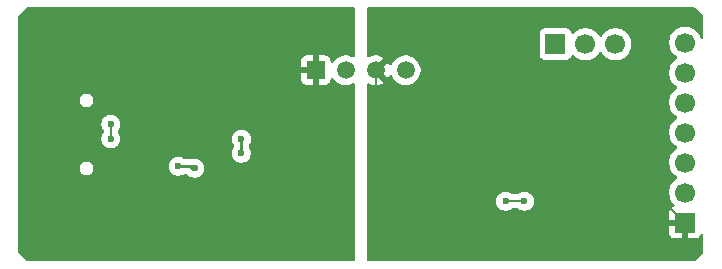
<source format=gbr>
%TF.GenerationSoftware,KiCad,Pcbnew,9.0.2*%
%TF.CreationDate,2025-06-06T06:50:43+02:00*%
%TF.ProjectId,USB-RS485_FT230,5553422d-5253-4343-9835-5f4654323330,rev?*%
%TF.SameCoordinates,Original*%
%TF.FileFunction,Copper,L2,Bot*%
%TF.FilePolarity,Positive*%
%FSLAX46Y46*%
G04 Gerber Fmt 4.6, Leading zero omitted, Abs format (unit mm)*
G04 Created by KiCad (PCBNEW 9.0.2) date 2025-06-06 06:50:43*
%MOMM*%
%LPD*%
G01*
G04 APERTURE LIST*
%TA.AperFunction,ComponentPad*%
%ADD10R,1.500000X1.500000*%
%TD*%
%TA.AperFunction,ComponentPad*%
%ADD11C,1.500000*%
%TD*%
%TA.AperFunction,ComponentPad*%
%ADD12R,1.700000X1.700000*%
%TD*%
%TA.AperFunction,ComponentPad*%
%ADD13C,1.700000*%
%TD*%
%TA.AperFunction,ViaPad*%
%ADD14C,0.600000*%
%TD*%
%TA.AperFunction,Conductor*%
%ADD15C,0.250000*%
%TD*%
%TA.AperFunction,Conductor*%
%ADD16C,0.200000*%
%TD*%
G04 APERTURE END LIST*
D10*
%TO.P,U4,1,-Vin*%
%TO.N,GND1*%
X80680000Y-89810000D03*
D11*
%TO.P,U4,2,+Vin*%
%TO.N,+5V_USB*%
X83220000Y-89810000D03*
%TO.P,U4,3,-Vout*%
%TO.N,GND2*%
X85760000Y-89810000D03*
%TO.P,U4,4,+Vout*%
%TO.N,+5V_OUT*%
X88300000Y-89810000D03*
%TD*%
D12*
%TO.P,J2,1,Pin_1*%
%TO.N,+5V_OUT*%
X100975000Y-87610000D03*
D13*
%TO.P,J2,2,Pin_2*%
%TO.N,Net-(J2-Pin_2)*%
X103515000Y-87610000D03*
%TO.P,J2,3,Pin_3*%
%TO.N,+3.3V_OUT*%
X106055000Y-87610000D03*
%TD*%
D12*
%TO.P,J3,1,Pin_1*%
%TO.N,GND2*%
X111950000Y-102710000D03*
D13*
%TO.P,J3,2,Pin_2*%
%TO.N,Net-(D3-A1)*%
X111950000Y-100170000D03*
%TO.P,J3,3,Pin_3*%
%TO.N,Net-(D3-A2)*%
X111950000Y-97630000D03*
%TO.P,J3,4,Pin_4*%
%TO.N,Net-(J3-Pin_4)*%
X111950000Y-95090000D03*
%TO.P,J3,5,Pin_5*%
%TO.N,Net-(J3-Pin_5)*%
X111950000Y-92550000D03*
%TO.P,J3,6,Pin_6*%
%TO.N,+3.3V_OUT*%
X111950000Y-90010000D03*
%TO.P,J3,7,Pin_7*%
%TO.N,+5V_OUT*%
X111950000Y-87470000D03*
%TD*%
D14*
%TO.N,GND1*%
X57890000Y-101550000D03*
X61800000Y-88410000D03*
X70425000Y-92579355D03*
X59350000Y-89910000D03*
X63300000Y-100210000D03*
X66037500Y-90987500D03*
X70075000Y-100850000D03*
X72700000Y-96900000D03*
X79750000Y-94160000D03*
%TO.N,+5V_USB*%
X70425000Y-98125000D03*
X69041116Y-97950000D03*
%TO.N,GND2*%
X105150000Y-98995000D03*
X105487500Y-93860000D03*
X97500000Y-87000000D03*
X101450000Y-100860000D03*
X87900000Y-103880000D03*
X101200000Y-104499865D03*
%TO.N,VCCIO*%
X74390101Y-95636657D03*
X74381672Y-96836657D03*
%TO.N,Net-(J1-D--PadA7)*%
X63329389Y-95599999D03*
X63329388Y-94400000D03*
%TO.N,Net-(J3-Pin_5)*%
X96750000Y-100900000D03*
X98350000Y-100900000D03*
%TD*%
D15*
%TO.N,GND1*%
X79750000Y-94160000D02*
X80680000Y-93230000D01*
D16*
X61960000Y-101550000D02*
X63300000Y-100210000D01*
X61800000Y-88410000D02*
X61790000Y-88400000D01*
X57890000Y-101550000D02*
X61960000Y-101550000D01*
D15*
X80680000Y-93230000D02*
X80680000Y-89810000D01*
D16*
X61790000Y-88400000D02*
X60860000Y-88400000D01*
X60860000Y-88400000D02*
X59350000Y-89910000D01*
D15*
%TO.N,+5V_USB*%
X69041116Y-97950000D02*
X69045558Y-97945558D01*
X70045558Y-97945558D02*
X70225000Y-98125000D01*
X70225000Y-98125000D02*
X70425000Y-98125000D01*
X69045558Y-97945558D02*
X70045558Y-97945558D01*
D16*
%TO.N,GND2*%
X97500000Y-87000000D02*
X98925000Y-87000000D01*
X101550000Y-100860000D02*
X103400000Y-102710000D01*
X101450000Y-100860000D02*
X101550000Y-100860000D01*
X103400000Y-102710000D02*
X111950000Y-102710000D01*
X106645000Y-97405000D02*
X105487500Y-96247500D01*
X101199865Y-104499865D02*
X101200000Y-104499730D01*
X101200000Y-101110000D02*
X101450000Y-100860000D01*
X105487500Y-96247500D02*
X105487500Y-93860000D01*
X98925000Y-85275000D02*
X98925000Y-87000000D01*
X111950000Y-102710000D02*
X106645000Y-97405000D01*
X106645000Y-97500000D02*
X106645000Y-97405000D01*
X101200000Y-104499730D02*
X101200000Y-101110000D01*
X98925000Y-89085000D02*
X103700000Y-93860000D01*
X90920000Y-84650000D02*
X95150000Y-84650000D01*
X103700000Y-93860000D02*
X105487500Y-93860000D01*
X98900000Y-85250000D02*
X98925000Y-85275000D01*
X98925000Y-87000000D02*
X98925000Y-89085000D01*
X85760000Y-89810000D02*
X90920000Y-84650000D01*
X85760000Y-92500000D02*
X85760000Y-89810000D01*
X101200000Y-104499865D02*
X101199865Y-104499865D01*
X98300000Y-84650000D02*
X98900000Y-85250000D01*
X105150000Y-98995000D02*
X106645000Y-97500000D01*
X87900000Y-103880000D02*
X85760000Y-101740000D01*
X95150000Y-84650000D02*
X98300000Y-84650000D01*
X85760000Y-101740000D02*
X85760000Y-92500000D01*
D15*
%TO.N,VCCIO*%
X74381672Y-96836657D02*
X74381672Y-95645086D01*
X74381672Y-95645086D02*
X74390101Y-95636657D01*
D16*
%TO.N,Net-(J1-D--PadA7)*%
X63329388Y-94400000D02*
X63329388Y-95599998D01*
X63329388Y-95599998D02*
X63329389Y-95599999D01*
%TO.N,Net-(J3-Pin_5)*%
X96750000Y-100900000D02*
X98350000Y-100900000D01*
%TD*%
%TA.AperFunction,Conductor*%
%TO.N,GND1*%
G36*
X83943039Y-84520185D02*
G01*
X83988794Y-84572989D01*
X84000000Y-84624500D01*
X84000000Y-88601610D01*
X83980315Y-88668649D01*
X83927511Y-88714404D01*
X83858353Y-88724348D01*
X83819706Y-88712095D01*
X83700032Y-88651118D01*
X83512826Y-88590290D01*
X83318422Y-88559500D01*
X83318417Y-88559500D01*
X83121583Y-88559500D01*
X83121578Y-88559500D01*
X82927173Y-88590290D01*
X82739970Y-88651117D01*
X82564594Y-88740476D01*
X82473741Y-88806485D01*
X82405354Y-88856172D01*
X82405352Y-88856174D01*
X82405351Y-88856174D01*
X82266174Y-88995351D01*
X82266174Y-88995352D01*
X82266172Y-88995354D01*
X82253953Y-89012172D01*
X82154318Y-89149307D01*
X82098988Y-89191972D01*
X82029374Y-89197951D01*
X81967579Y-89165345D01*
X81933222Y-89104506D01*
X81930000Y-89076421D01*
X81930000Y-89012172D01*
X81929999Y-89012155D01*
X81923598Y-88952627D01*
X81923596Y-88952620D01*
X81873354Y-88817913D01*
X81873350Y-88817906D01*
X81787190Y-88702812D01*
X81787187Y-88702809D01*
X81672093Y-88616649D01*
X81672086Y-88616645D01*
X81537379Y-88566403D01*
X81537372Y-88566401D01*
X81477844Y-88560000D01*
X80930000Y-88560000D01*
X80930000Y-89376988D01*
X80872993Y-89344075D01*
X80745826Y-89310000D01*
X80614174Y-89310000D01*
X80487007Y-89344075D01*
X80430000Y-89376988D01*
X80430000Y-88560000D01*
X79882155Y-88560000D01*
X79822627Y-88566401D01*
X79822620Y-88566403D01*
X79687913Y-88616645D01*
X79687906Y-88616649D01*
X79572812Y-88702809D01*
X79572809Y-88702812D01*
X79486649Y-88817906D01*
X79486645Y-88817913D01*
X79436403Y-88952620D01*
X79436401Y-88952627D01*
X79430000Y-89012155D01*
X79430000Y-89560000D01*
X80246988Y-89560000D01*
X80214075Y-89617007D01*
X80180000Y-89744174D01*
X80180000Y-89875826D01*
X80214075Y-90002993D01*
X80246988Y-90060000D01*
X79430000Y-90060000D01*
X79430000Y-90607844D01*
X79436401Y-90667372D01*
X79436403Y-90667379D01*
X79486645Y-90802086D01*
X79486649Y-90802093D01*
X79572809Y-90917187D01*
X79572812Y-90917190D01*
X79687906Y-91003350D01*
X79687913Y-91003354D01*
X79822620Y-91053596D01*
X79822627Y-91053598D01*
X79882155Y-91059999D01*
X79882172Y-91060000D01*
X80430000Y-91060000D01*
X80430000Y-90243012D01*
X80487007Y-90275925D01*
X80614174Y-90310000D01*
X80745826Y-90310000D01*
X80872993Y-90275925D01*
X80930000Y-90243012D01*
X80930000Y-91060000D01*
X81477828Y-91060000D01*
X81477844Y-91059999D01*
X81537372Y-91053598D01*
X81537379Y-91053596D01*
X81672086Y-91003354D01*
X81672093Y-91003350D01*
X81787187Y-90917190D01*
X81787190Y-90917187D01*
X81873350Y-90802093D01*
X81873354Y-90802086D01*
X81923596Y-90667379D01*
X81923598Y-90667372D01*
X81929999Y-90607844D01*
X81930000Y-90607827D01*
X81930000Y-90543578D01*
X81949685Y-90476539D01*
X82002489Y-90430784D01*
X82071647Y-90420840D01*
X82135203Y-90449865D01*
X82154314Y-90470688D01*
X82266172Y-90624646D01*
X82405354Y-90763828D01*
X82564595Y-90879524D01*
X82638513Y-90917187D01*
X82739970Y-90968882D01*
X82739972Y-90968882D01*
X82739975Y-90968884D01*
X82840317Y-91001487D01*
X82927173Y-91029709D01*
X83121578Y-91060500D01*
X83121583Y-91060500D01*
X83318422Y-91060500D01*
X83512826Y-91029709D01*
X83547665Y-91018389D01*
X83700025Y-90968884D01*
X83819706Y-90907903D01*
X83888374Y-90895008D01*
X83953115Y-90921284D01*
X83993372Y-90978391D01*
X84000000Y-91018389D01*
X84000000Y-105875500D01*
X83980315Y-105942539D01*
X83927511Y-105988294D01*
X83876000Y-105999500D01*
X56258676Y-105999500D01*
X56191637Y-105979815D01*
X56170995Y-105963181D01*
X55536819Y-105329005D01*
X55503334Y-105267682D01*
X55500500Y-105241324D01*
X55500500Y-98064234D01*
X60704500Y-98064234D01*
X60704500Y-98215765D01*
X60743719Y-98362136D01*
X60781602Y-98427750D01*
X60819485Y-98493365D01*
X60926635Y-98600515D01*
X61057865Y-98676281D01*
X61204234Y-98715500D01*
X61204236Y-98715500D01*
X61355764Y-98715500D01*
X61355766Y-98715500D01*
X61502135Y-98676281D01*
X61633365Y-98600515D01*
X61740515Y-98493365D01*
X61816281Y-98362135D01*
X61855500Y-98215766D01*
X61855500Y-98064234D01*
X61816281Y-97917865D01*
X61789312Y-97871153D01*
X68240616Y-97871153D01*
X68240616Y-98028846D01*
X68271377Y-98183489D01*
X68271380Y-98183501D01*
X68331718Y-98329172D01*
X68331725Y-98329185D01*
X68419326Y-98460288D01*
X68419329Y-98460292D01*
X68530823Y-98571786D01*
X68530827Y-98571789D01*
X68661930Y-98659390D01*
X68661943Y-98659397D01*
X68797387Y-98715499D01*
X68807619Y-98719737D01*
X68943603Y-98746786D01*
X68962269Y-98750499D01*
X68962272Y-98750500D01*
X68962274Y-98750500D01*
X69119960Y-98750500D01*
X69119961Y-98750499D01*
X69274613Y-98719737D01*
X69420295Y-98659394D01*
X69420301Y-98659390D01*
X69521224Y-98591956D01*
X69539270Y-98586305D01*
X69555180Y-98576081D01*
X69586141Y-98571629D01*
X69587902Y-98571078D01*
X69590115Y-98571058D01*
X69694014Y-98571058D01*
X69761053Y-98590743D01*
X69797118Y-98626170D01*
X69803211Y-98635289D01*
X69803213Y-98635292D01*
X69914707Y-98746786D01*
X69914711Y-98746789D01*
X70045814Y-98834390D01*
X70045827Y-98834397D01*
X70191498Y-98894735D01*
X70191503Y-98894737D01*
X70346153Y-98925499D01*
X70346156Y-98925500D01*
X70346158Y-98925500D01*
X70503844Y-98925500D01*
X70503845Y-98925499D01*
X70658497Y-98894737D01*
X70804179Y-98834394D01*
X70935289Y-98746789D01*
X71046789Y-98635289D01*
X71134394Y-98504179D01*
X71138873Y-98493367D01*
X71152574Y-98460288D01*
X71194737Y-98358497D01*
X71225500Y-98203842D01*
X71225500Y-98046158D01*
X71225500Y-98046155D01*
X71225499Y-98046153D01*
X71222056Y-98028842D01*
X71194737Y-97891503D01*
X71151300Y-97786635D01*
X71134397Y-97745827D01*
X71134390Y-97745814D01*
X71046789Y-97614711D01*
X71046786Y-97614707D01*
X70935292Y-97503213D01*
X70935288Y-97503210D01*
X70804185Y-97415609D01*
X70804172Y-97415602D01*
X70658501Y-97355264D01*
X70658489Y-97355261D01*
X70503845Y-97324500D01*
X70503842Y-97324500D01*
X70346158Y-97324500D01*
X70327506Y-97328210D01*
X70262016Y-97341236D01*
X70253678Y-97341236D01*
X70248880Y-97343124D01*
X70213637Y-97341236D01*
X70167587Y-97332076D01*
X70167586Y-97332075D01*
X70167585Y-97332075D01*
X70107168Y-97320058D01*
X70107165Y-97320058D01*
X70107164Y-97320058D01*
X69576818Y-97320058D01*
X69509779Y-97300373D01*
X69507927Y-97299160D01*
X69420300Y-97240609D01*
X69420288Y-97240602D01*
X69274617Y-97180264D01*
X69274605Y-97180261D01*
X69119961Y-97149500D01*
X69119958Y-97149500D01*
X68962274Y-97149500D01*
X68962271Y-97149500D01*
X68807626Y-97180261D01*
X68807614Y-97180264D01*
X68661943Y-97240602D01*
X68661930Y-97240609D01*
X68530827Y-97328210D01*
X68530823Y-97328213D01*
X68419329Y-97439707D01*
X68419326Y-97439711D01*
X68331725Y-97570814D01*
X68331718Y-97570827D01*
X68271380Y-97716498D01*
X68271377Y-97716510D01*
X68240616Y-97871153D01*
X61789312Y-97871153D01*
X61740515Y-97786635D01*
X61633365Y-97679485D01*
X61521167Y-97614707D01*
X61502136Y-97603719D01*
X61428950Y-97584109D01*
X61355766Y-97564500D01*
X61204234Y-97564500D01*
X61057863Y-97603719D01*
X60926635Y-97679485D01*
X60926632Y-97679487D01*
X60819487Y-97786632D01*
X60819485Y-97786635D01*
X60743719Y-97917863D01*
X60704500Y-98064234D01*
X55500500Y-98064234D01*
X55500500Y-96757810D01*
X73581172Y-96757810D01*
X73581172Y-96915503D01*
X73611933Y-97070146D01*
X73611936Y-97070158D01*
X73672274Y-97215829D01*
X73672281Y-97215842D01*
X73759882Y-97346945D01*
X73759885Y-97346949D01*
X73871379Y-97458443D01*
X73871383Y-97458446D01*
X74002486Y-97546047D01*
X74002499Y-97546054D01*
X74141717Y-97603719D01*
X74148175Y-97606394D01*
X74302825Y-97637156D01*
X74302828Y-97637157D01*
X74302830Y-97637157D01*
X74460516Y-97637157D01*
X74460517Y-97637156D01*
X74615169Y-97606394D01*
X74760851Y-97546051D01*
X74891961Y-97458446D01*
X75003461Y-97346946D01*
X75091066Y-97215836D01*
X75151409Y-97070154D01*
X75182172Y-96915499D01*
X75182172Y-96757815D01*
X75182172Y-96757812D01*
X75182171Y-96757810D01*
X75151410Y-96603167D01*
X75151409Y-96603160D01*
X75091066Y-96457478D01*
X75028069Y-96363196D01*
X75022419Y-96345151D01*
X75012195Y-96329242D01*
X75007743Y-96298280D01*
X75007192Y-96296520D01*
X75007172Y-96294307D01*
X75007172Y-96191622D01*
X75026857Y-96124583D01*
X75028070Y-96122731D01*
X75099491Y-96015842D01*
X75099491Y-96015841D01*
X75099495Y-96015836D01*
X75159838Y-95870154D01*
X75190601Y-95715499D01*
X75190601Y-95557815D01*
X75190601Y-95557812D01*
X75190600Y-95557810D01*
X75159839Y-95403167D01*
X75159838Y-95403160D01*
X75144652Y-95366497D01*
X75099498Y-95257484D01*
X75099491Y-95257471D01*
X75011890Y-95126368D01*
X75011887Y-95126364D01*
X74900393Y-95014870D01*
X74900389Y-95014867D01*
X74769286Y-94927266D01*
X74769273Y-94927259D01*
X74623602Y-94866921D01*
X74623590Y-94866918D01*
X74468946Y-94836157D01*
X74468943Y-94836157D01*
X74311259Y-94836157D01*
X74311256Y-94836157D01*
X74156611Y-94866918D01*
X74156599Y-94866921D01*
X74010928Y-94927259D01*
X74010915Y-94927266D01*
X73879812Y-95014867D01*
X73879808Y-95014870D01*
X73768314Y-95126364D01*
X73768311Y-95126368D01*
X73680710Y-95257471D01*
X73680703Y-95257484D01*
X73620365Y-95403155D01*
X73620362Y-95403167D01*
X73589601Y-95557810D01*
X73589601Y-95715503D01*
X73620362Y-95870146D01*
X73620365Y-95870158D01*
X73680703Y-96015829D01*
X73680710Y-96015841D01*
X73735274Y-96097501D01*
X73740924Y-96115547D01*
X73751149Y-96131457D01*
X73755600Y-96162416D01*
X73756152Y-96164178D01*
X73756172Y-96166392D01*
X73756172Y-96294307D01*
X73736487Y-96361346D01*
X73735298Y-96363160D01*
X73714474Y-96394325D01*
X73672281Y-96457472D01*
X73672274Y-96457485D01*
X73611936Y-96603155D01*
X73611933Y-96603167D01*
X73581172Y-96757810D01*
X55500500Y-96757810D01*
X55500500Y-94321153D01*
X62528888Y-94321153D01*
X62528888Y-94478846D01*
X62559649Y-94633489D01*
X62559652Y-94633501D01*
X62619990Y-94779172D01*
X62619997Y-94779185D01*
X62707990Y-94910874D01*
X62713640Y-94928920D01*
X62723865Y-94944830D01*
X62728316Y-94975789D01*
X62728868Y-94977551D01*
X62728888Y-94979765D01*
X62728888Y-95020234D01*
X62709203Y-95087273D01*
X62707990Y-95089125D01*
X62619998Y-95220813D01*
X62619991Y-95220826D01*
X62559653Y-95366497D01*
X62559650Y-95366509D01*
X62528889Y-95521152D01*
X62528889Y-95678845D01*
X62559650Y-95833488D01*
X62559653Y-95833500D01*
X62619991Y-95979171D01*
X62619998Y-95979184D01*
X62707599Y-96110287D01*
X62707602Y-96110291D01*
X62819096Y-96221785D01*
X62819100Y-96221788D01*
X62950203Y-96309389D01*
X62950216Y-96309396D01*
X63095887Y-96369734D01*
X63095892Y-96369736D01*
X63250542Y-96400498D01*
X63250545Y-96400499D01*
X63250547Y-96400499D01*
X63408233Y-96400499D01*
X63408234Y-96400498D01*
X63562886Y-96369736D01*
X63708568Y-96309393D01*
X63839678Y-96221788D01*
X63951178Y-96110288D01*
X64038783Y-95979178D01*
X64099126Y-95833496D01*
X64129889Y-95678841D01*
X64129889Y-95521157D01*
X64129889Y-95521154D01*
X64129888Y-95521152D01*
X64106419Y-95403167D01*
X64099126Y-95366502D01*
X64053970Y-95257484D01*
X64038786Y-95220826D01*
X64038779Y-95220813D01*
X63950786Y-95089122D01*
X63945135Y-95071075D01*
X63934911Y-95055166D01*
X63930459Y-95024204D01*
X63929908Y-95022444D01*
X63929888Y-95020231D01*
X63929888Y-94979765D01*
X63949573Y-94912726D01*
X63950786Y-94910874D01*
X64038778Y-94779185D01*
X64038778Y-94779184D01*
X64038782Y-94779179D01*
X64099125Y-94633497D01*
X64129888Y-94478842D01*
X64129888Y-94321158D01*
X64129888Y-94321155D01*
X64129887Y-94321153D01*
X64099126Y-94166510D01*
X64099125Y-94166503D01*
X64099123Y-94166498D01*
X64038785Y-94020827D01*
X64038778Y-94020814D01*
X63951177Y-93889711D01*
X63951174Y-93889707D01*
X63839680Y-93778213D01*
X63839676Y-93778210D01*
X63708573Y-93690609D01*
X63708560Y-93690602D01*
X63562889Y-93630264D01*
X63562877Y-93630261D01*
X63408233Y-93599500D01*
X63408230Y-93599500D01*
X63250546Y-93599500D01*
X63250543Y-93599500D01*
X63095898Y-93630261D01*
X63095886Y-93630264D01*
X62950215Y-93690602D01*
X62950202Y-93690609D01*
X62819099Y-93778210D01*
X62819095Y-93778213D01*
X62707601Y-93889707D01*
X62707598Y-93889711D01*
X62619997Y-94020814D01*
X62619990Y-94020827D01*
X62559652Y-94166498D01*
X62559649Y-94166510D01*
X62528888Y-94321153D01*
X55500500Y-94321153D01*
X55500500Y-92284234D01*
X60704500Y-92284234D01*
X60704500Y-92435765D01*
X60743719Y-92582136D01*
X60781602Y-92647750D01*
X60819485Y-92713365D01*
X60926635Y-92820515D01*
X61057865Y-92896281D01*
X61204234Y-92935500D01*
X61204236Y-92935500D01*
X61355764Y-92935500D01*
X61355766Y-92935500D01*
X61502135Y-92896281D01*
X61633365Y-92820515D01*
X61740515Y-92713365D01*
X61816281Y-92582135D01*
X61855500Y-92435766D01*
X61855500Y-92284234D01*
X61816281Y-92137865D01*
X61740515Y-92006635D01*
X61633365Y-91899485D01*
X61567750Y-91861602D01*
X61502136Y-91823719D01*
X61428950Y-91804109D01*
X61355766Y-91784500D01*
X61204234Y-91784500D01*
X61057863Y-91823719D01*
X60926635Y-91899485D01*
X60926632Y-91899487D01*
X60819487Y-92006632D01*
X60819485Y-92006635D01*
X60743719Y-92137863D01*
X60704500Y-92284234D01*
X55500500Y-92284234D01*
X55500500Y-85258676D01*
X55520185Y-85191637D01*
X55536819Y-85170995D01*
X56170995Y-84536819D01*
X56232318Y-84503334D01*
X56258676Y-84500500D01*
X83876000Y-84500500D01*
X83943039Y-84520185D01*
G37*
%TD.AperFunction*%
%TD*%
%TA.AperFunction,Conductor*%
%TO.N,GND2*%
G36*
X112808363Y-84520185D02*
G01*
X112829005Y-84536819D01*
X113463181Y-85170995D01*
X113496666Y-85232318D01*
X113499500Y-85258676D01*
X113499500Y-87085657D01*
X113479815Y-87152696D01*
X113427011Y-87198451D01*
X113357853Y-87208395D01*
X113294297Y-87179370D01*
X113257569Y-87123975D01*
X113247045Y-87091585D01*
X113201557Y-86951588D01*
X113105051Y-86762184D01*
X113105049Y-86762181D01*
X113105048Y-86762179D01*
X112980109Y-86590213D01*
X112829786Y-86439890D01*
X112657820Y-86314951D01*
X112468414Y-86218444D01*
X112468413Y-86218443D01*
X112468412Y-86218443D01*
X112266243Y-86152754D01*
X112266241Y-86152753D01*
X112266240Y-86152753D01*
X112104957Y-86127208D01*
X112056287Y-86119500D01*
X111843713Y-86119500D01*
X111795042Y-86127208D01*
X111633760Y-86152753D01*
X111431585Y-86218444D01*
X111242179Y-86314951D01*
X111070213Y-86439890D01*
X110919890Y-86590213D01*
X110794951Y-86762179D01*
X110698444Y-86951585D01*
X110632753Y-87153760D01*
X110599500Y-87363713D01*
X110599500Y-87576287D01*
X110632754Y-87786243D01*
X110642430Y-87816024D01*
X110698444Y-87988414D01*
X110794951Y-88177820D01*
X110919890Y-88349786D01*
X111070213Y-88500109D01*
X111242182Y-88625050D01*
X111250946Y-88629516D01*
X111301742Y-88677491D01*
X111318536Y-88745312D01*
X111295998Y-88811447D01*
X111250946Y-88850484D01*
X111242182Y-88854949D01*
X111070213Y-88979890D01*
X110919890Y-89130213D01*
X110794951Y-89302179D01*
X110698444Y-89491585D01*
X110632753Y-89693760D01*
X110599500Y-89903713D01*
X110599500Y-90116286D01*
X110627017Y-90290025D01*
X110632754Y-90326243D01*
X110689252Y-90500126D01*
X110698444Y-90528414D01*
X110794951Y-90717820D01*
X110919890Y-90889786D01*
X111070213Y-91040109D01*
X111242182Y-91165050D01*
X111250946Y-91169516D01*
X111301742Y-91217491D01*
X111318536Y-91285312D01*
X111295998Y-91351447D01*
X111250946Y-91390484D01*
X111242182Y-91394949D01*
X111070213Y-91519890D01*
X110919890Y-91670213D01*
X110794951Y-91842179D01*
X110698444Y-92031585D01*
X110632753Y-92233760D01*
X110628697Y-92259370D01*
X110599500Y-92443713D01*
X110599500Y-92656287D01*
X110632754Y-92866243D01*
X110642430Y-92896024D01*
X110698444Y-93068414D01*
X110794951Y-93257820D01*
X110919890Y-93429786D01*
X111070213Y-93580109D01*
X111242182Y-93705050D01*
X111250946Y-93709516D01*
X111301742Y-93757491D01*
X111318536Y-93825312D01*
X111295998Y-93891447D01*
X111250946Y-93930484D01*
X111242182Y-93934949D01*
X111070213Y-94059890D01*
X110919890Y-94210213D01*
X110794951Y-94382179D01*
X110698444Y-94571585D01*
X110632753Y-94773760D01*
X110628697Y-94799370D01*
X110599500Y-94983713D01*
X110599500Y-95196287D01*
X110632754Y-95406243D01*
X110642430Y-95436024D01*
X110698444Y-95608414D01*
X110794951Y-95797820D01*
X110919890Y-95969786D01*
X111070213Y-96120109D01*
X111242182Y-96245050D01*
X111250946Y-96249516D01*
X111301742Y-96297491D01*
X111318536Y-96365312D01*
X111295998Y-96431447D01*
X111250946Y-96470484D01*
X111242182Y-96474949D01*
X111070213Y-96599890D01*
X110919890Y-96750213D01*
X110794951Y-96922179D01*
X110698444Y-97111585D01*
X110632753Y-97313760D01*
X110628697Y-97339370D01*
X110599500Y-97523713D01*
X110599500Y-97736287D01*
X110632754Y-97946243D01*
X110642430Y-97976024D01*
X110698444Y-98148414D01*
X110794951Y-98337820D01*
X110919890Y-98509786D01*
X111070213Y-98660109D01*
X111242182Y-98785050D01*
X111250946Y-98789516D01*
X111301742Y-98837491D01*
X111318536Y-98905312D01*
X111295998Y-98971447D01*
X111250946Y-99010484D01*
X111242182Y-99014949D01*
X111070213Y-99139890D01*
X110919890Y-99290213D01*
X110794951Y-99462179D01*
X110698444Y-99651585D01*
X110632753Y-99853760D01*
X110625675Y-99898451D01*
X110599500Y-100063713D01*
X110599500Y-100276287D01*
X110632754Y-100486243D01*
X110691324Y-100666503D01*
X110698444Y-100688414D01*
X110794951Y-100877820D01*
X110919890Y-101049786D01*
X111033818Y-101163714D01*
X111067303Y-101225037D01*
X111062319Y-101294729D01*
X111020447Y-101350662D01*
X110989471Y-101367577D01*
X110857912Y-101416646D01*
X110857906Y-101416649D01*
X110742812Y-101502809D01*
X110742809Y-101502812D01*
X110656649Y-101617906D01*
X110656645Y-101617913D01*
X110606403Y-101752620D01*
X110606401Y-101752627D01*
X110600000Y-101812155D01*
X110600000Y-102460000D01*
X111516988Y-102460000D01*
X111484075Y-102517007D01*
X111450000Y-102644174D01*
X111450000Y-102775826D01*
X111484075Y-102902993D01*
X111516988Y-102960000D01*
X110600000Y-102960000D01*
X110600000Y-103607844D01*
X110606401Y-103667372D01*
X110606403Y-103667379D01*
X110656645Y-103802086D01*
X110656649Y-103802093D01*
X110742809Y-103917187D01*
X110742812Y-103917190D01*
X110857906Y-104003350D01*
X110857913Y-104003354D01*
X110992620Y-104053596D01*
X110992627Y-104053598D01*
X111052155Y-104059999D01*
X111052172Y-104060000D01*
X111700000Y-104060000D01*
X111700000Y-103143012D01*
X111757007Y-103175925D01*
X111884174Y-103210000D01*
X112015826Y-103210000D01*
X112142993Y-103175925D01*
X112200000Y-103143012D01*
X112200000Y-104060000D01*
X112847828Y-104060000D01*
X112847844Y-104059999D01*
X112907372Y-104053598D01*
X112907379Y-104053596D01*
X113042086Y-104003354D01*
X113042093Y-104003350D01*
X113157187Y-103917190D01*
X113157190Y-103917187D01*
X113243350Y-103802093D01*
X113243355Y-103802084D01*
X113259318Y-103759286D01*
X113301189Y-103703352D01*
X113366653Y-103678934D01*
X113434926Y-103693785D01*
X113484332Y-103743190D01*
X113499500Y-103802618D01*
X113499500Y-105241324D01*
X113479815Y-105308363D01*
X113463181Y-105329005D01*
X112829005Y-105963181D01*
X112767682Y-105996666D01*
X112741324Y-105999500D01*
X85124000Y-105999500D01*
X85056961Y-105979815D01*
X85011206Y-105927011D01*
X85000000Y-105875500D01*
X85000000Y-100821153D01*
X95949500Y-100821153D01*
X95949500Y-100978846D01*
X95980261Y-101133489D01*
X95980264Y-101133501D01*
X96040602Y-101279172D01*
X96040609Y-101279185D01*
X96128210Y-101410288D01*
X96128213Y-101410292D01*
X96239707Y-101521786D01*
X96239711Y-101521789D01*
X96370814Y-101609390D01*
X96370827Y-101609397D01*
X96494719Y-101660714D01*
X96516503Y-101669737D01*
X96671153Y-101700499D01*
X96671156Y-101700500D01*
X96671158Y-101700500D01*
X96828844Y-101700500D01*
X96828845Y-101700499D01*
X96983497Y-101669737D01*
X97129179Y-101609394D01*
X97129185Y-101609390D01*
X97260875Y-101521398D01*
X97327553Y-101500520D01*
X97329766Y-101500500D01*
X97770234Y-101500500D01*
X97837273Y-101520185D01*
X97839125Y-101521398D01*
X97970814Y-101609390D01*
X97970827Y-101609397D01*
X98094719Y-101660714D01*
X98116503Y-101669737D01*
X98271153Y-101700499D01*
X98271156Y-101700500D01*
X98271158Y-101700500D01*
X98428844Y-101700500D01*
X98428845Y-101700499D01*
X98583497Y-101669737D01*
X98729179Y-101609394D01*
X98860289Y-101521789D01*
X98971789Y-101410289D01*
X99059394Y-101279179D01*
X99119737Y-101133497D01*
X99150500Y-100978842D01*
X99150500Y-100821158D01*
X99150500Y-100821155D01*
X99150499Y-100821153D01*
X99119738Y-100666510D01*
X99119737Y-100666503D01*
X99073279Y-100554342D01*
X99059397Y-100520827D01*
X99059390Y-100520814D01*
X98971789Y-100389711D01*
X98971786Y-100389707D01*
X98860292Y-100278213D01*
X98860288Y-100278210D01*
X98729185Y-100190609D01*
X98729172Y-100190602D01*
X98583501Y-100130264D01*
X98583489Y-100130261D01*
X98428845Y-100099500D01*
X98428842Y-100099500D01*
X98271158Y-100099500D01*
X98271155Y-100099500D01*
X98116510Y-100130261D01*
X98116498Y-100130264D01*
X97970827Y-100190602D01*
X97970814Y-100190609D01*
X97839125Y-100278602D01*
X97772447Y-100299480D01*
X97770234Y-100299500D01*
X97329766Y-100299500D01*
X97262727Y-100279815D01*
X97260875Y-100278602D01*
X97129185Y-100190609D01*
X97129172Y-100190602D01*
X96983501Y-100130264D01*
X96983489Y-100130261D01*
X96828845Y-100099500D01*
X96828842Y-100099500D01*
X96671158Y-100099500D01*
X96671155Y-100099500D01*
X96516510Y-100130261D01*
X96516498Y-100130264D01*
X96370827Y-100190602D01*
X96370814Y-100190609D01*
X96239711Y-100278210D01*
X96239707Y-100278213D01*
X96128213Y-100389707D01*
X96128210Y-100389711D01*
X96040609Y-100520814D01*
X96040602Y-100520827D01*
X95980264Y-100666498D01*
X95980261Y-100666510D01*
X95949500Y-100821153D01*
X85000000Y-100821153D01*
X85000000Y-91028018D01*
X85019685Y-90960979D01*
X85072489Y-90915224D01*
X85141647Y-90905280D01*
X85180295Y-90917533D01*
X85280164Y-90968418D01*
X85467294Y-91029221D01*
X85661618Y-91060000D01*
X85858382Y-91060000D01*
X86052705Y-91029221D01*
X86239835Y-90968418D01*
X86415143Y-90879095D01*
X86450125Y-90853678D01*
X86450126Y-90853678D01*
X85889409Y-90292962D01*
X85952993Y-90275925D01*
X86067007Y-90210099D01*
X86160099Y-90117007D01*
X86225925Y-90002993D01*
X86242962Y-89939410D01*
X86803678Y-90500126D01*
X86803678Y-90500125D01*
X86829097Y-90465141D01*
X86919234Y-90288236D01*
X86967208Y-90237439D01*
X87035029Y-90220644D01*
X87101164Y-90243181D01*
X87140204Y-90288235D01*
X87141115Y-90290024D01*
X87141116Y-90290025D01*
X87230476Y-90465405D01*
X87346172Y-90624646D01*
X87485354Y-90763828D01*
X87644595Y-90879524D01*
X87714661Y-90915224D01*
X87819970Y-90968882D01*
X87819972Y-90968882D01*
X87819975Y-90968884D01*
X87920317Y-91001487D01*
X88007173Y-91029709D01*
X88201578Y-91060500D01*
X88201583Y-91060500D01*
X88398422Y-91060500D01*
X88592826Y-91029709D01*
X88598030Y-91028018D01*
X88780025Y-90968884D01*
X88955405Y-90879524D01*
X89114646Y-90763828D01*
X89253828Y-90624646D01*
X89369524Y-90465405D01*
X89458884Y-90290025D01*
X89519709Y-90102826D01*
X89535521Y-90002993D01*
X89550500Y-89908422D01*
X89550500Y-89711577D01*
X89519709Y-89517173D01*
X89458882Y-89329970D01*
X89369523Y-89154594D01*
X89351809Y-89130213D01*
X89253828Y-88995354D01*
X89114646Y-88856172D01*
X88955405Y-88740476D01*
X88944053Y-88734692D01*
X88780029Y-88651117D01*
X88592826Y-88590290D01*
X88398422Y-88559500D01*
X88398417Y-88559500D01*
X88201583Y-88559500D01*
X88201578Y-88559500D01*
X88007173Y-88590290D01*
X87819970Y-88651117D01*
X87644594Y-88740476D01*
X87559210Y-88802512D01*
X87485354Y-88856172D01*
X87485352Y-88856174D01*
X87485351Y-88856174D01*
X87346174Y-88995351D01*
X87346174Y-88995352D01*
X87346172Y-88995354D01*
X87296485Y-89063741D01*
X87230476Y-89154594D01*
X87140204Y-89331764D01*
X87092229Y-89382560D01*
X87024408Y-89399355D01*
X86958274Y-89376818D01*
X86919234Y-89331764D01*
X86829096Y-89154858D01*
X86803678Y-89119873D01*
X86803677Y-89119873D01*
X86242962Y-89680589D01*
X86225925Y-89617007D01*
X86160099Y-89502993D01*
X86067007Y-89409901D01*
X85952993Y-89344075D01*
X85889408Y-89327037D01*
X86450125Y-88766320D01*
X86450125Y-88766319D01*
X86415145Y-88740905D01*
X86239835Y-88651581D01*
X86052705Y-88590778D01*
X85858382Y-88560000D01*
X85661618Y-88560000D01*
X85467294Y-88590778D01*
X85280164Y-88651581D01*
X85180295Y-88702467D01*
X85111625Y-88715363D01*
X85046885Y-88689087D01*
X85006628Y-88631980D01*
X85000000Y-88591982D01*
X85000000Y-86712135D01*
X99624500Y-86712135D01*
X99624500Y-88507870D01*
X99624501Y-88507876D01*
X99630908Y-88567483D01*
X99681202Y-88702328D01*
X99681206Y-88702335D01*
X99767452Y-88817544D01*
X99767455Y-88817547D01*
X99882664Y-88903793D01*
X99882671Y-88903797D01*
X100017517Y-88954091D01*
X100017516Y-88954091D01*
X100024444Y-88954835D01*
X100077127Y-88960500D01*
X101872872Y-88960499D01*
X101932483Y-88954091D01*
X102067331Y-88903796D01*
X102182546Y-88817546D01*
X102268796Y-88702331D01*
X102317810Y-88570916D01*
X102359681Y-88514984D01*
X102425145Y-88490566D01*
X102493418Y-88505417D01*
X102521673Y-88526569D01*
X102635213Y-88640109D01*
X102807179Y-88765048D01*
X102807181Y-88765049D01*
X102807184Y-88765051D01*
X102996588Y-88861557D01*
X103198757Y-88927246D01*
X103408713Y-88960500D01*
X103408714Y-88960500D01*
X103621286Y-88960500D01*
X103621287Y-88960500D01*
X103831243Y-88927246D01*
X104033412Y-88861557D01*
X104222816Y-88765051D01*
X104309138Y-88702335D01*
X104394786Y-88640109D01*
X104394788Y-88640106D01*
X104394792Y-88640104D01*
X104545104Y-88489792D01*
X104545106Y-88489788D01*
X104545109Y-88489786D01*
X104670048Y-88317820D01*
X104670047Y-88317820D01*
X104670051Y-88317816D01*
X104674514Y-88309054D01*
X104722488Y-88258259D01*
X104790308Y-88241463D01*
X104856444Y-88263999D01*
X104895486Y-88309056D01*
X104899951Y-88317820D01*
X105024890Y-88489786D01*
X105175213Y-88640109D01*
X105347179Y-88765048D01*
X105347181Y-88765049D01*
X105347184Y-88765051D01*
X105536588Y-88861557D01*
X105738757Y-88927246D01*
X105948713Y-88960500D01*
X105948714Y-88960500D01*
X106161286Y-88960500D01*
X106161287Y-88960500D01*
X106371243Y-88927246D01*
X106573412Y-88861557D01*
X106762816Y-88765051D01*
X106849138Y-88702335D01*
X106934786Y-88640109D01*
X106934788Y-88640106D01*
X106934792Y-88640104D01*
X107085104Y-88489792D01*
X107085106Y-88489788D01*
X107085109Y-88489786D01*
X107210048Y-88317820D01*
X107210047Y-88317820D01*
X107210051Y-88317816D01*
X107306557Y-88128412D01*
X107372246Y-87926243D01*
X107405500Y-87716287D01*
X107405500Y-87503713D01*
X107372246Y-87293757D01*
X107306557Y-87091588D01*
X107210051Y-86902184D01*
X107210049Y-86902181D01*
X107210048Y-86902179D01*
X107085109Y-86730213D01*
X106934786Y-86579890D01*
X106762820Y-86454951D01*
X106573414Y-86358444D01*
X106573413Y-86358443D01*
X106573412Y-86358443D01*
X106371243Y-86292754D01*
X106371241Y-86292753D01*
X106371240Y-86292753D01*
X106209957Y-86267208D01*
X106161287Y-86259500D01*
X105948713Y-86259500D01*
X105900042Y-86267208D01*
X105738760Y-86292753D01*
X105536585Y-86358444D01*
X105347179Y-86454951D01*
X105175213Y-86579890D01*
X105024890Y-86730213D01*
X104899949Y-86902182D01*
X104895484Y-86910946D01*
X104847509Y-86961742D01*
X104779688Y-86978536D01*
X104713553Y-86955998D01*
X104674516Y-86910946D01*
X104670050Y-86902182D01*
X104545109Y-86730213D01*
X104394786Y-86579890D01*
X104222820Y-86454951D01*
X104033414Y-86358444D01*
X104033413Y-86358443D01*
X104033412Y-86358443D01*
X103831243Y-86292754D01*
X103831241Y-86292753D01*
X103831240Y-86292753D01*
X103669957Y-86267208D01*
X103621287Y-86259500D01*
X103408713Y-86259500D01*
X103360042Y-86267208D01*
X103198760Y-86292753D01*
X102996585Y-86358444D01*
X102807179Y-86454951D01*
X102635215Y-86579889D01*
X102521673Y-86693431D01*
X102460350Y-86726915D01*
X102390658Y-86721931D01*
X102334725Y-86680059D01*
X102317810Y-86649082D01*
X102268797Y-86517671D01*
X102268793Y-86517664D01*
X102182547Y-86402455D01*
X102182544Y-86402452D01*
X102067335Y-86316206D01*
X102067328Y-86316202D01*
X101932482Y-86265908D01*
X101932483Y-86265908D01*
X101872883Y-86259501D01*
X101872881Y-86259500D01*
X101872873Y-86259500D01*
X101872864Y-86259500D01*
X100077129Y-86259500D01*
X100077123Y-86259501D01*
X100017516Y-86265908D01*
X99882671Y-86316202D01*
X99882664Y-86316206D01*
X99767455Y-86402452D01*
X99767452Y-86402455D01*
X99681206Y-86517664D01*
X99681202Y-86517671D01*
X99630908Y-86652517D01*
X99624501Y-86712116D01*
X99624500Y-86712135D01*
X85000000Y-86712135D01*
X85000000Y-84624500D01*
X85019685Y-84557461D01*
X85072489Y-84511706D01*
X85124000Y-84500500D01*
X112741324Y-84500500D01*
X112808363Y-84520185D01*
G37*
%TD.AperFunction*%
%TD*%
M02*

</source>
